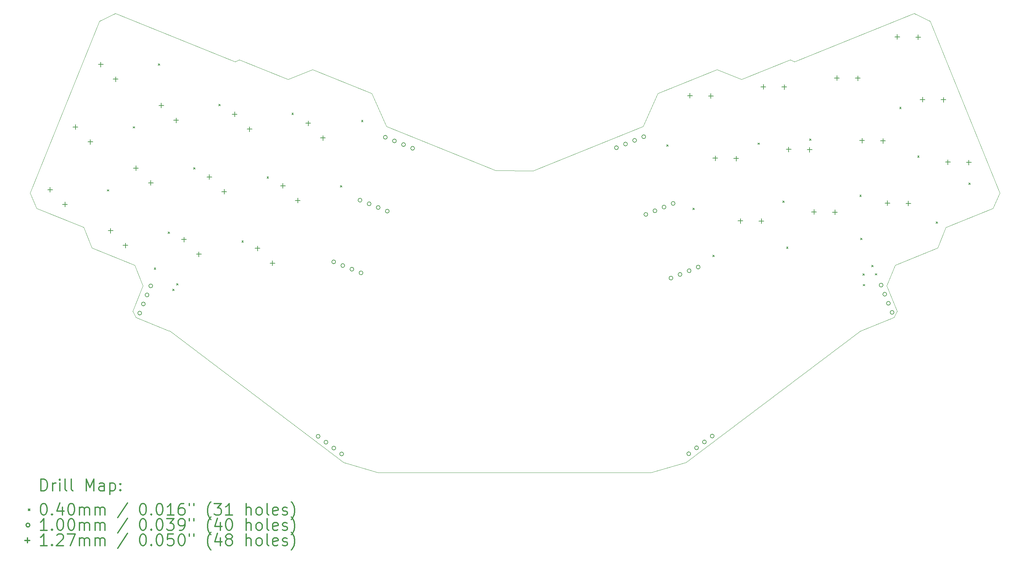
<source format=gbr>
%FSLAX45Y45*%
G04 Gerber Fmt 4.5, Leading zero omitted, Abs format (unit mm)*
G04 Created by KiCad (PCBNEW (5.1.4)-1) date 2023-12-29 13:03:58*
%MOMM*%
%LPD*%
G04 APERTURE LIST*
%ADD10C,0.050000*%
%ADD11C,0.200000*%
%ADD12C,0.300000*%
G04 APERTURE END LIST*
D10*
X5094537Y-24144385D02*
X5360507Y-23486085D01*
X24889689Y-24145789D02*
X24623718Y-23487488D01*
X18318013Y-19359028D02*
X15490102Y-20501579D01*
X11666213Y-19357625D02*
X14494123Y-20500175D01*
X11450000Y-28334000D02*
X10562695Y-28068535D01*
X18520000Y-28334000D02*
X19421531Y-28069938D01*
X11450000Y-28334000D02*
X18520000Y-28334000D01*
X15490102Y-20501579D02*
X15480000Y-20504000D01*
X14494123Y-20500175D02*
X15480000Y-20504000D01*
X26176434Y-21964966D02*
X26157890Y-21972458D01*
X3807791Y-21963563D02*
X3826335Y-21971055D01*
X2436679Y-21086037D02*
X2611724Y-21480320D01*
X4238537Y-16626283D02*
X2436679Y-21086037D01*
X27547546Y-21087441D02*
X27372501Y-21481724D01*
X25745688Y-16627686D02*
X27547546Y-21087441D01*
X11288494Y-18503969D02*
X9754005Y-17883995D01*
X4653330Y-16427168D02*
X7750124Y-17678354D01*
X4037111Y-22503806D02*
X3826335Y-21971055D01*
X4037111Y-22503806D02*
X5145096Y-22951461D01*
X3807791Y-21963563D02*
X2611724Y-21480320D01*
X6032399Y-24652730D02*
X5179390Y-24308092D01*
X9117111Y-18138977D02*
X7860776Y-17631385D01*
X10562695Y-28068535D02*
X6050942Y-24660222D01*
X5094537Y-24144385D02*
X5179390Y-24308092D01*
X11288494Y-18503969D02*
X11666213Y-19357625D01*
X5145096Y-22951461D02*
X5360507Y-23486085D01*
X9117111Y-18138977D02*
X9754005Y-17883995D01*
X4653330Y-16427168D02*
X4238537Y-16626283D01*
X7860776Y-17631385D02*
X7750124Y-17678354D01*
X6032399Y-24652730D02*
X6050942Y-24660222D01*
X23951827Y-24654134D02*
X23933283Y-24661626D01*
X24839130Y-22952864D02*
X24623718Y-23487488D01*
X25330895Y-16428572D02*
X25745688Y-16627686D01*
X22123449Y-17632789D02*
X22234101Y-17679758D01*
X20867115Y-18140381D02*
X20230221Y-17885399D01*
X23951827Y-24654134D02*
X24804836Y-24309496D01*
X19421531Y-28069938D02*
X23933283Y-24661626D01*
X24889689Y-24145789D02*
X24804836Y-24309496D01*
X25330895Y-16428572D02*
X22234101Y-17679758D01*
X26176434Y-21964966D02*
X27372501Y-21481724D01*
X25947114Y-22505209D02*
X26157890Y-21972458D01*
X25947114Y-22505209D02*
X24839130Y-22952864D01*
X18695732Y-18505373D02*
X18318013Y-19359028D01*
X20867115Y-18140381D02*
X22123449Y-17632789D01*
X18695732Y-18505373D02*
X20230221Y-17885399D01*
D11*
X4441000Y-20997000D02*
X4481000Y-21037000D01*
X4481000Y-20997000D02*
X4441000Y-21037000D01*
X5110000Y-19362000D02*
X5150000Y-19402000D01*
X5150000Y-19362000D02*
X5110000Y-19402000D01*
X5654000Y-23024000D02*
X5694000Y-23064000D01*
X5694000Y-23024000D02*
X5654000Y-23064000D01*
X5758000Y-17733000D02*
X5798000Y-17773000D01*
X5798000Y-17733000D02*
X5758000Y-17773000D01*
X6016000Y-22093000D02*
X6056000Y-22133000D01*
X6056000Y-22093000D02*
X6016000Y-22133000D01*
X6130000Y-23575000D02*
X6170000Y-23615000D01*
X6170000Y-23575000D02*
X6130000Y-23615000D01*
X6231000Y-23431000D02*
X6271000Y-23471000D01*
X6271000Y-23431000D02*
X6231000Y-23471000D01*
X6673000Y-20427000D02*
X6713000Y-20467000D01*
X6713000Y-20427000D02*
X6673000Y-20467000D01*
X7324000Y-18780000D02*
X7364000Y-18820000D01*
X7364000Y-18780000D02*
X7324000Y-18820000D01*
X7922000Y-22318000D02*
X7962000Y-22358000D01*
X7962000Y-22318000D02*
X7922000Y-22358000D01*
X8575000Y-20659000D02*
X8615000Y-20699000D01*
X8615000Y-20659000D02*
X8575000Y-20699000D01*
X9219000Y-19008000D02*
X9259000Y-19048000D01*
X9259000Y-19008000D02*
X9219000Y-19048000D01*
X10473000Y-20889000D02*
X10513000Y-20929000D01*
X10513000Y-20889000D02*
X10473000Y-20929000D01*
X11021000Y-19198000D02*
X11061000Y-19238000D01*
X11061000Y-19198000D02*
X11021000Y-19238000D01*
X18927000Y-19832299D02*
X18967000Y-19872299D01*
X18967000Y-19832299D02*
X18927000Y-19872299D01*
X19600000Y-21473000D02*
X19640000Y-21513000D01*
X19640000Y-21473000D02*
X19600000Y-21513000D01*
X20117500Y-22696500D02*
X20157500Y-22736500D01*
X20157500Y-22696500D02*
X20117500Y-22736500D01*
X21290000Y-19785000D02*
X21330000Y-19825000D01*
X21330000Y-19785000D02*
X21290000Y-19825000D01*
X21933244Y-21286964D02*
X21973244Y-21326964D01*
X21973244Y-21286964D02*
X21933244Y-21326964D01*
X22029500Y-22479500D02*
X22069500Y-22519500D01*
X22069500Y-22479500D02*
X22029500Y-22519500D01*
X22626000Y-19679299D02*
X22666000Y-19719299D01*
X22666000Y-19679299D02*
X22626000Y-19719299D01*
X23923983Y-21132975D02*
X23963983Y-21172975D01*
X23963983Y-21132975D02*
X23923983Y-21172975D01*
X23943500Y-22254500D02*
X23983500Y-22294500D01*
X23983500Y-22254500D02*
X23943500Y-22294500D01*
X24006407Y-23174407D02*
X24046407Y-23214407D01*
X24046407Y-23174407D02*
X24006407Y-23214407D01*
X24014716Y-23451284D02*
X24054716Y-23491284D01*
X24054716Y-23451284D02*
X24014716Y-23491284D01*
X24232000Y-22957000D02*
X24272000Y-22997000D01*
X24272000Y-22957000D02*
X24232000Y-22997000D01*
X24326700Y-23171392D02*
X24366700Y-23211392D01*
X24366700Y-23171392D02*
X24326700Y-23211392D01*
X24958500Y-18858500D02*
X24998500Y-18898500D01*
X24998500Y-18858500D02*
X24958500Y-18898500D01*
X25423933Y-20121933D02*
X25463933Y-20161933D01*
X25463933Y-20121933D02*
X25423933Y-20161933D01*
X25900593Y-21827593D02*
X25940593Y-21867593D01*
X25940593Y-21827593D02*
X25900593Y-21867593D01*
X26747701Y-20819428D02*
X26787701Y-20859428D01*
X26787701Y-20819428D02*
X26747701Y-20859428D01*
X10352010Y-22868550D02*
G75*
G03X10352010Y-22868550I-50000J0D01*
G01*
X10587515Y-22963700D02*
G75*
G03X10587515Y-22963700I-50000J0D01*
G01*
X10823020Y-23058850D02*
G75*
G03X10823020Y-23058850I-50000J0D01*
G01*
X11058524Y-23154000D02*
G75*
G03X11058524Y-23154000I-50000J0D01*
G01*
X19085000Y-23289000D02*
G75*
G03X19085000Y-23289000I-50000J0D01*
G01*
X19320505Y-23193850D02*
G75*
G03X19320505Y-23193850I-50000J0D01*
G01*
X19556009Y-23098700D02*
G75*
G03X19556009Y-23098700I-50000J0D01*
G01*
X19791514Y-23003550D02*
G75*
G03X19791514Y-23003550I-50000J0D01*
G01*
X24526962Y-23471284D02*
G75*
G03X24526962Y-23471284I-50000J0D01*
G01*
X24622112Y-23706789D02*
G75*
G03X24622112Y-23706789I-50000J0D01*
G01*
X24717262Y-23942293D02*
G75*
G03X24717262Y-23942293I-50000J0D01*
G01*
X24812412Y-24177798D02*
G75*
G03X24812412Y-24177798I-50000J0D01*
G01*
X5328194Y-24197017D02*
G75*
G03X5328194Y-24197017I-50000J0D01*
G01*
X5423344Y-23961512D02*
G75*
G03X5423344Y-23961512I-50000J0D01*
G01*
X5518494Y-23726007D02*
G75*
G03X5518494Y-23726007I-50000J0D01*
G01*
X5613644Y-23490503D02*
G75*
G03X5613644Y-23490503I-50000J0D01*
G01*
X18435000Y-21639000D02*
G75*
G03X18435000Y-21639000I-50000J0D01*
G01*
X18670505Y-21543850D02*
G75*
G03X18670505Y-21543850I-50000J0D01*
G01*
X18906009Y-21448700D02*
G75*
G03X18906009Y-21448700I-50000J0D01*
G01*
X19141514Y-21353550D02*
G75*
G03X19141514Y-21353550I-50000J0D01*
G01*
X11033486Y-21268550D02*
G75*
G03X11033486Y-21268550I-50000J0D01*
G01*
X11268991Y-21363700D02*
G75*
G03X11268991Y-21363700I-50000J0D01*
G01*
X11504495Y-21458850D02*
G75*
G03X11504495Y-21458850I-50000J0D01*
G01*
X11740000Y-21554000D02*
G75*
G03X11740000Y-21554000I-50000J0D01*
G01*
X19545814Y-27842791D02*
G75*
G03X19545814Y-27842791I-50000J0D01*
G01*
X19748667Y-27689930D02*
G75*
G03X19748667Y-27689930I-50000J0D01*
G01*
X19951520Y-27537069D02*
G75*
G03X19951520Y-27537069I-50000J0D01*
G01*
X20154374Y-27384208D02*
G75*
G03X20154374Y-27384208I-50000J0D01*
G01*
X9948395Y-27390297D02*
G75*
G03X9948395Y-27390297I-50000J0D01*
G01*
X10151249Y-27543158D02*
G75*
G03X10151249Y-27543158I-50000J0D01*
G01*
X10354102Y-27696019D02*
G75*
G03X10354102Y-27696019I-50000J0D01*
G01*
X10556956Y-27848880D02*
G75*
G03X10556956Y-27848880I-50000J0D01*
G01*
X17673558Y-19909240D02*
G75*
G03X17673558Y-19909240I-50000J0D01*
G01*
X17909063Y-19814090D02*
G75*
G03X17909063Y-19814090I-50000J0D01*
G01*
X18144567Y-19718940D02*
G75*
G03X18144567Y-19718940I-50000J0D01*
G01*
X18380072Y-19623790D02*
G75*
G03X18380072Y-19623790I-50000J0D01*
G01*
X11689244Y-19637933D02*
G75*
G03X11689244Y-19637933I-50000J0D01*
G01*
X11924748Y-19733083D02*
G75*
G03X11924748Y-19733083I-50000J0D01*
G01*
X12160253Y-19828233D02*
G75*
G03X12160253Y-19828233I-50000J0D01*
G01*
X12395758Y-19923383D02*
G75*
G03X12395758Y-19923383I-50000J0D01*
G01*
X22084133Y-19887845D02*
X22084133Y-20014845D01*
X22020633Y-19951345D02*
X22147633Y-19951345D01*
X22626392Y-19895251D02*
X22626392Y-20022251D01*
X22562892Y-19958751D02*
X22689892Y-19958751D01*
X22739694Y-21510417D02*
X22739694Y-21637417D01*
X22676194Y-21573917D02*
X22803194Y-21573917D01*
X23281954Y-21517822D02*
X23281954Y-21644822D01*
X23218454Y-21581322D02*
X23345454Y-21581322D01*
X20181539Y-20117276D02*
X20181539Y-20244276D01*
X20118039Y-20180776D02*
X20245039Y-20180776D01*
X20723799Y-20124681D02*
X20723799Y-20251681D01*
X20660299Y-20188181D02*
X20787299Y-20188181D01*
X21428571Y-18265274D02*
X21428571Y-18392274D01*
X21365071Y-18328774D02*
X21492071Y-18328774D01*
X21970831Y-18272679D02*
X21970831Y-18399679D01*
X21907331Y-18336179D02*
X22034331Y-18336179D01*
X20837101Y-21739847D02*
X20837101Y-21866847D01*
X20773601Y-21803347D02*
X20900601Y-21803347D01*
X21379360Y-21747253D02*
X21379360Y-21874253D01*
X21315860Y-21810753D02*
X21442860Y-21810753D01*
X6426843Y-22224825D02*
X6426843Y-22351825D01*
X6363343Y-22288325D02*
X6490343Y-22288325D01*
X6811767Y-22606837D02*
X6811767Y-22733837D01*
X6748267Y-22670337D02*
X6875267Y-22670337D01*
X5835372Y-18750251D02*
X5835372Y-18877251D01*
X5771872Y-18813751D02*
X5898872Y-18813751D01*
X6220297Y-19132263D02*
X6220297Y-19259263D01*
X6156797Y-19195763D02*
X6283797Y-19195763D01*
X26207735Y-20217091D02*
X26207735Y-20344091D01*
X26144235Y-20280591D02*
X26271235Y-20280591D01*
X26749994Y-20224496D02*
X26749994Y-20351496D01*
X26686494Y-20287996D02*
X26813494Y-20287996D01*
X7737966Y-18979681D02*
X7737966Y-19106681D01*
X7674466Y-19043181D02*
X7801466Y-19043181D01*
X8122890Y-19361693D02*
X8122890Y-19488693D01*
X8059390Y-19425193D02*
X8186390Y-19425193D01*
X8329436Y-22454255D02*
X8329436Y-22581255D01*
X8265936Y-22517755D02*
X8392936Y-22517755D01*
X8714361Y-22836267D02*
X8714361Y-22963267D01*
X8650861Y-22899767D02*
X8777861Y-22899767D01*
X9640559Y-19209111D02*
X9640559Y-19336111D01*
X9577059Y-19272611D02*
X9704059Y-19272611D01*
X10025484Y-19591123D02*
X10025484Y-19718123D01*
X9961984Y-19654623D02*
X10088984Y-19654623D01*
X7082404Y-20602253D02*
X7082404Y-20729253D01*
X7018904Y-20665753D02*
X7145904Y-20665753D01*
X7467329Y-20984265D02*
X7467329Y-21111265D01*
X7403829Y-21047765D02*
X7530829Y-21047765D01*
X23986726Y-19658415D02*
X23986726Y-19785415D01*
X23923226Y-19721915D02*
X24050226Y-19721915D01*
X24528985Y-19665820D02*
X24528985Y-19792820D01*
X24465485Y-19729320D02*
X24592485Y-19729320D01*
X19525978Y-18494704D02*
X19525978Y-18621704D01*
X19462478Y-18558204D02*
X19589478Y-18558204D01*
X20068237Y-18502109D02*
X20068237Y-18629109D01*
X20004737Y-18565609D02*
X20131737Y-18565609D01*
X4269925Y-17686355D02*
X4269925Y-17813355D01*
X4206425Y-17749855D02*
X4333425Y-17749855D01*
X4654849Y-18068367D02*
X4654849Y-18195367D01*
X4591349Y-18131867D02*
X4718349Y-18131867D01*
X3614363Y-19308927D02*
X3614363Y-19435927D01*
X3550863Y-19372427D02*
X3677863Y-19372427D01*
X3999288Y-19690939D02*
X3999288Y-19817939D01*
X3935788Y-19754439D02*
X4062788Y-19754439D01*
X25552174Y-18594519D02*
X25552174Y-18721519D01*
X25488674Y-18658019D02*
X25615674Y-18658019D01*
X26094433Y-18601925D02*
X26094433Y-18728925D01*
X26030933Y-18665425D02*
X26157933Y-18665425D01*
X23331165Y-18035843D02*
X23331165Y-18162843D01*
X23267665Y-18099343D02*
X23394665Y-18099343D01*
X23873424Y-18043249D02*
X23873424Y-18170249D01*
X23809924Y-18106749D02*
X23936924Y-18106749D01*
X24642288Y-21280987D02*
X24642288Y-21407987D01*
X24578788Y-21344487D02*
X24705788Y-21344487D01*
X25184547Y-21288392D02*
X25184547Y-21415392D01*
X25121047Y-21351892D02*
X25248047Y-21351892D01*
X5179811Y-20372823D02*
X5179811Y-20499823D01*
X5116311Y-20436323D02*
X5243311Y-20436323D01*
X5564735Y-20754835D02*
X5564735Y-20881835D01*
X5501235Y-20818335D02*
X5628235Y-20818335D01*
X4524249Y-21995394D02*
X4524249Y-22122394D01*
X4460749Y-22058894D02*
X4587749Y-22058894D01*
X4909174Y-22377406D02*
X4909174Y-22504406D01*
X4845674Y-22440906D02*
X4972674Y-22440906D01*
X24896612Y-16971947D02*
X24896612Y-17098947D01*
X24833112Y-17035447D02*
X24960112Y-17035447D01*
X25438871Y-16979353D02*
X25438871Y-17106353D01*
X25375371Y-17042853D02*
X25502371Y-17042853D01*
X8984998Y-20831683D02*
X8984998Y-20958683D01*
X8921498Y-20895183D02*
X9048498Y-20895183D01*
X9369922Y-21213695D02*
X9369922Y-21340695D01*
X9306422Y-21277195D02*
X9433422Y-21277195D01*
X2958802Y-20931499D02*
X2958802Y-21058499D01*
X2895302Y-20994999D02*
X3022302Y-20994999D01*
X3343726Y-21313511D02*
X3343726Y-21440511D01*
X3280226Y-21377011D02*
X3407226Y-21377011D01*
D12*
X2720608Y-28802214D02*
X2720608Y-28502214D01*
X2792036Y-28502214D01*
X2834893Y-28516500D01*
X2863465Y-28545071D01*
X2877750Y-28573643D01*
X2892036Y-28630786D01*
X2892036Y-28673643D01*
X2877750Y-28730786D01*
X2863465Y-28759357D01*
X2834893Y-28787929D01*
X2792036Y-28802214D01*
X2720608Y-28802214D01*
X3020607Y-28802214D02*
X3020607Y-28602214D01*
X3020607Y-28659357D02*
X3034893Y-28630786D01*
X3049179Y-28616500D01*
X3077750Y-28602214D01*
X3106322Y-28602214D01*
X3206322Y-28802214D02*
X3206322Y-28602214D01*
X3206322Y-28502214D02*
X3192036Y-28516500D01*
X3206322Y-28530786D01*
X3220607Y-28516500D01*
X3206322Y-28502214D01*
X3206322Y-28530786D01*
X3392036Y-28802214D02*
X3363465Y-28787929D01*
X3349179Y-28759357D01*
X3349179Y-28502214D01*
X3549179Y-28802214D02*
X3520607Y-28787929D01*
X3506322Y-28759357D01*
X3506322Y-28502214D01*
X3892036Y-28802214D02*
X3892036Y-28502214D01*
X3992036Y-28716500D01*
X4092036Y-28502214D01*
X4092036Y-28802214D01*
X4363465Y-28802214D02*
X4363465Y-28645071D01*
X4349179Y-28616500D01*
X4320608Y-28602214D01*
X4263465Y-28602214D01*
X4234893Y-28616500D01*
X4363465Y-28787929D02*
X4334893Y-28802214D01*
X4263465Y-28802214D01*
X4234893Y-28787929D01*
X4220608Y-28759357D01*
X4220608Y-28730786D01*
X4234893Y-28702214D01*
X4263465Y-28687929D01*
X4334893Y-28687929D01*
X4363465Y-28673643D01*
X4506322Y-28602214D02*
X4506322Y-28902214D01*
X4506322Y-28616500D02*
X4534893Y-28602214D01*
X4592036Y-28602214D01*
X4620608Y-28616500D01*
X4634893Y-28630786D01*
X4649179Y-28659357D01*
X4649179Y-28745071D01*
X4634893Y-28773643D01*
X4620608Y-28787929D01*
X4592036Y-28802214D01*
X4534893Y-28802214D01*
X4506322Y-28787929D01*
X4777750Y-28773643D02*
X4792036Y-28787929D01*
X4777750Y-28802214D01*
X4763465Y-28787929D01*
X4777750Y-28773643D01*
X4777750Y-28802214D01*
X4777750Y-28616500D02*
X4792036Y-28630786D01*
X4777750Y-28645071D01*
X4763465Y-28630786D01*
X4777750Y-28616500D01*
X4777750Y-28645071D01*
X2394179Y-29276500D02*
X2434179Y-29316500D01*
X2434179Y-29276500D02*
X2394179Y-29316500D01*
X2777750Y-29132214D02*
X2806322Y-29132214D01*
X2834893Y-29146500D01*
X2849179Y-29160786D01*
X2863465Y-29189357D01*
X2877750Y-29246500D01*
X2877750Y-29317929D01*
X2863465Y-29375071D01*
X2849179Y-29403643D01*
X2834893Y-29417929D01*
X2806322Y-29432214D01*
X2777750Y-29432214D01*
X2749179Y-29417929D01*
X2734893Y-29403643D01*
X2720608Y-29375071D01*
X2706322Y-29317929D01*
X2706322Y-29246500D01*
X2720608Y-29189357D01*
X2734893Y-29160786D01*
X2749179Y-29146500D01*
X2777750Y-29132214D01*
X3006322Y-29403643D02*
X3020607Y-29417929D01*
X3006322Y-29432214D01*
X2992036Y-29417929D01*
X3006322Y-29403643D01*
X3006322Y-29432214D01*
X3277750Y-29232214D02*
X3277750Y-29432214D01*
X3206322Y-29117929D02*
X3134893Y-29332214D01*
X3320607Y-29332214D01*
X3492036Y-29132214D02*
X3520607Y-29132214D01*
X3549179Y-29146500D01*
X3563465Y-29160786D01*
X3577750Y-29189357D01*
X3592036Y-29246500D01*
X3592036Y-29317929D01*
X3577750Y-29375071D01*
X3563465Y-29403643D01*
X3549179Y-29417929D01*
X3520607Y-29432214D01*
X3492036Y-29432214D01*
X3463465Y-29417929D01*
X3449179Y-29403643D01*
X3434893Y-29375071D01*
X3420607Y-29317929D01*
X3420607Y-29246500D01*
X3434893Y-29189357D01*
X3449179Y-29160786D01*
X3463465Y-29146500D01*
X3492036Y-29132214D01*
X3720607Y-29432214D02*
X3720607Y-29232214D01*
X3720607Y-29260786D02*
X3734893Y-29246500D01*
X3763465Y-29232214D01*
X3806322Y-29232214D01*
X3834893Y-29246500D01*
X3849179Y-29275071D01*
X3849179Y-29432214D01*
X3849179Y-29275071D02*
X3863465Y-29246500D01*
X3892036Y-29232214D01*
X3934893Y-29232214D01*
X3963465Y-29246500D01*
X3977750Y-29275071D01*
X3977750Y-29432214D01*
X4120607Y-29432214D02*
X4120607Y-29232214D01*
X4120607Y-29260786D02*
X4134893Y-29246500D01*
X4163465Y-29232214D01*
X4206322Y-29232214D01*
X4234893Y-29246500D01*
X4249179Y-29275071D01*
X4249179Y-29432214D01*
X4249179Y-29275071D02*
X4263465Y-29246500D01*
X4292036Y-29232214D01*
X4334893Y-29232214D01*
X4363465Y-29246500D01*
X4377750Y-29275071D01*
X4377750Y-29432214D01*
X4963465Y-29117929D02*
X4706322Y-29503643D01*
X5349179Y-29132214D02*
X5377750Y-29132214D01*
X5406322Y-29146500D01*
X5420608Y-29160786D01*
X5434893Y-29189357D01*
X5449179Y-29246500D01*
X5449179Y-29317929D01*
X5434893Y-29375071D01*
X5420608Y-29403643D01*
X5406322Y-29417929D01*
X5377750Y-29432214D01*
X5349179Y-29432214D01*
X5320608Y-29417929D01*
X5306322Y-29403643D01*
X5292036Y-29375071D01*
X5277750Y-29317929D01*
X5277750Y-29246500D01*
X5292036Y-29189357D01*
X5306322Y-29160786D01*
X5320608Y-29146500D01*
X5349179Y-29132214D01*
X5577750Y-29403643D02*
X5592036Y-29417929D01*
X5577750Y-29432214D01*
X5563465Y-29417929D01*
X5577750Y-29403643D01*
X5577750Y-29432214D01*
X5777750Y-29132214D02*
X5806322Y-29132214D01*
X5834893Y-29146500D01*
X5849179Y-29160786D01*
X5863465Y-29189357D01*
X5877750Y-29246500D01*
X5877750Y-29317929D01*
X5863465Y-29375071D01*
X5849179Y-29403643D01*
X5834893Y-29417929D01*
X5806322Y-29432214D01*
X5777750Y-29432214D01*
X5749179Y-29417929D01*
X5734893Y-29403643D01*
X5720607Y-29375071D01*
X5706322Y-29317929D01*
X5706322Y-29246500D01*
X5720607Y-29189357D01*
X5734893Y-29160786D01*
X5749179Y-29146500D01*
X5777750Y-29132214D01*
X6163465Y-29432214D02*
X5992036Y-29432214D01*
X6077750Y-29432214D02*
X6077750Y-29132214D01*
X6049179Y-29175071D01*
X6020607Y-29203643D01*
X5992036Y-29217929D01*
X6420607Y-29132214D02*
X6363465Y-29132214D01*
X6334893Y-29146500D01*
X6320607Y-29160786D01*
X6292036Y-29203643D01*
X6277750Y-29260786D01*
X6277750Y-29375071D01*
X6292036Y-29403643D01*
X6306322Y-29417929D01*
X6334893Y-29432214D01*
X6392036Y-29432214D01*
X6420607Y-29417929D01*
X6434893Y-29403643D01*
X6449179Y-29375071D01*
X6449179Y-29303643D01*
X6434893Y-29275071D01*
X6420607Y-29260786D01*
X6392036Y-29246500D01*
X6334893Y-29246500D01*
X6306322Y-29260786D01*
X6292036Y-29275071D01*
X6277750Y-29303643D01*
X6563465Y-29132214D02*
X6563465Y-29189357D01*
X6677750Y-29132214D02*
X6677750Y-29189357D01*
X7120607Y-29546500D02*
X7106322Y-29532214D01*
X7077750Y-29489357D01*
X7063465Y-29460786D01*
X7049179Y-29417929D01*
X7034893Y-29346500D01*
X7034893Y-29289357D01*
X7049179Y-29217929D01*
X7063465Y-29175071D01*
X7077750Y-29146500D01*
X7106322Y-29103643D01*
X7120607Y-29089357D01*
X7206322Y-29132214D02*
X7392036Y-29132214D01*
X7292036Y-29246500D01*
X7334893Y-29246500D01*
X7363465Y-29260786D01*
X7377750Y-29275071D01*
X7392036Y-29303643D01*
X7392036Y-29375071D01*
X7377750Y-29403643D01*
X7363465Y-29417929D01*
X7334893Y-29432214D01*
X7249179Y-29432214D01*
X7220607Y-29417929D01*
X7206322Y-29403643D01*
X7677750Y-29432214D02*
X7506322Y-29432214D01*
X7592036Y-29432214D02*
X7592036Y-29132214D01*
X7563465Y-29175071D01*
X7534893Y-29203643D01*
X7506322Y-29217929D01*
X8034893Y-29432214D02*
X8034893Y-29132214D01*
X8163465Y-29432214D02*
X8163465Y-29275071D01*
X8149179Y-29246500D01*
X8120607Y-29232214D01*
X8077750Y-29232214D01*
X8049179Y-29246500D01*
X8034893Y-29260786D01*
X8349179Y-29432214D02*
X8320607Y-29417929D01*
X8306322Y-29403643D01*
X8292036Y-29375071D01*
X8292036Y-29289357D01*
X8306322Y-29260786D01*
X8320607Y-29246500D01*
X8349179Y-29232214D01*
X8392036Y-29232214D01*
X8420608Y-29246500D01*
X8434893Y-29260786D01*
X8449179Y-29289357D01*
X8449179Y-29375071D01*
X8434893Y-29403643D01*
X8420608Y-29417929D01*
X8392036Y-29432214D01*
X8349179Y-29432214D01*
X8620608Y-29432214D02*
X8592036Y-29417929D01*
X8577750Y-29389357D01*
X8577750Y-29132214D01*
X8849179Y-29417929D02*
X8820608Y-29432214D01*
X8763465Y-29432214D01*
X8734893Y-29417929D01*
X8720608Y-29389357D01*
X8720608Y-29275071D01*
X8734893Y-29246500D01*
X8763465Y-29232214D01*
X8820608Y-29232214D01*
X8849179Y-29246500D01*
X8863465Y-29275071D01*
X8863465Y-29303643D01*
X8720608Y-29332214D01*
X8977750Y-29417929D02*
X9006322Y-29432214D01*
X9063465Y-29432214D01*
X9092036Y-29417929D01*
X9106322Y-29389357D01*
X9106322Y-29375071D01*
X9092036Y-29346500D01*
X9063465Y-29332214D01*
X9020608Y-29332214D01*
X8992036Y-29317929D01*
X8977750Y-29289357D01*
X8977750Y-29275071D01*
X8992036Y-29246500D01*
X9020608Y-29232214D01*
X9063465Y-29232214D01*
X9092036Y-29246500D01*
X9206322Y-29546500D02*
X9220608Y-29532214D01*
X9249179Y-29489357D01*
X9263465Y-29460786D01*
X9277750Y-29417929D01*
X9292036Y-29346500D01*
X9292036Y-29289357D01*
X9277750Y-29217929D01*
X9263465Y-29175071D01*
X9249179Y-29146500D01*
X9220608Y-29103643D01*
X9206322Y-29089357D01*
X2434179Y-29692500D02*
G75*
G03X2434179Y-29692500I-50000J0D01*
G01*
X2877750Y-29828214D02*
X2706322Y-29828214D01*
X2792036Y-29828214D02*
X2792036Y-29528214D01*
X2763465Y-29571071D01*
X2734893Y-29599643D01*
X2706322Y-29613929D01*
X3006322Y-29799643D02*
X3020607Y-29813929D01*
X3006322Y-29828214D01*
X2992036Y-29813929D01*
X3006322Y-29799643D01*
X3006322Y-29828214D01*
X3206322Y-29528214D02*
X3234893Y-29528214D01*
X3263465Y-29542500D01*
X3277750Y-29556786D01*
X3292036Y-29585357D01*
X3306322Y-29642500D01*
X3306322Y-29713929D01*
X3292036Y-29771071D01*
X3277750Y-29799643D01*
X3263465Y-29813929D01*
X3234893Y-29828214D01*
X3206322Y-29828214D01*
X3177750Y-29813929D01*
X3163465Y-29799643D01*
X3149179Y-29771071D01*
X3134893Y-29713929D01*
X3134893Y-29642500D01*
X3149179Y-29585357D01*
X3163465Y-29556786D01*
X3177750Y-29542500D01*
X3206322Y-29528214D01*
X3492036Y-29528214D02*
X3520607Y-29528214D01*
X3549179Y-29542500D01*
X3563465Y-29556786D01*
X3577750Y-29585357D01*
X3592036Y-29642500D01*
X3592036Y-29713929D01*
X3577750Y-29771071D01*
X3563465Y-29799643D01*
X3549179Y-29813929D01*
X3520607Y-29828214D01*
X3492036Y-29828214D01*
X3463465Y-29813929D01*
X3449179Y-29799643D01*
X3434893Y-29771071D01*
X3420607Y-29713929D01*
X3420607Y-29642500D01*
X3434893Y-29585357D01*
X3449179Y-29556786D01*
X3463465Y-29542500D01*
X3492036Y-29528214D01*
X3720607Y-29828214D02*
X3720607Y-29628214D01*
X3720607Y-29656786D02*
X3734893Y-29642500D01*
X3763465Y-29628214D01*
X3806322Y-29628214D01*
X3834893Y-29642500D01*
X3849179Y-29671071D01*
X3849179Y-29828214D01*
X3849179Y-29671071D02*
X3863465Y-29642500D01*
X3892036Y-29628214D01*
X3934893Y-29628214D01*
X3963465Y-29642500D01*
X3977750Y-29671071D01*
X3977750Y-29828214D01*
X4120607Y-29828214D02*
X4120607Y-29628214D01*
X4120607Y-29656786D02*
X4134893Y-29642500D01*
X4163465Y-29628214D01*
X4206322Y-29628214D01*
X4234893Y-29642500D01*
X4249179Y-29671071D01*
X4249179Y-29828214D01*
X4249179Y-29671071D02*
X4263465Y-29642500D01*
X4292036Y-29628214D01*
X4334893Y-29628214D01*
X4363465Y-29642500D01*
X4377750Y-29671071D01*
X4377750Y-29828214D01*
X4963465Y-29513929D02*
X4706322Y-29899643D01*
X5349179Y-29528214D02*
X5377750Y-29528214D01*
X5406322Y-29542500D01*
X5420608Y-29556786D01*
X5434893Y-29585357D01*
X5449179Y-29642500D01*
X5449179Y-29713929D01*
X5434893Y-29771071D01*
X5420608Y-29799643D01*
X5406322Y-29813929D01*
X5377750Y-29828214D01*
X5349179Y-29828214D01*
X5320608Y-29813929D01*
X5306322Y-29799643D01*
X5292036Y-29771071D01*
X5277750Y-29713929D01*
X5277750Y-29642500D01*
X5292036Y-29585357D01*
X5306322Y-29556786D01*
X5320608Y-29542500D01*
X5349179Y-29528214D01*
X5577750Y-29799643D02*
X5592036Y-29813929D01*
X5577750Y-29828214D01*
X5563465Y-29813929D01*
X5577750Y-29799643D01*
X5577750Y-29828214D01*
X5777750Y-29528214D02*
X5806322Y-29528214D01*
X5834893Y-29542500D01*
X5849179Y-29556786D01*
X5863465Y-29585357D01*
X5877750Y-29642500D01*
X5877750Y-29713929D01*
X5863465Y-29771071D01*
X5849179Y-29799643D01*
X5834893Y-29813929D01*
X5806322Y-29828214D01*
X5777750Y-29828214D01*
X5749179Y-29813929D01*
X5734893Y-29799643D01*
X5720607Y-29771071D01*
X5706322Y-29713929D01*
X5706322Y-29642500D01*
X5720607Y-29585357D01*
X5734893Y-29556786D01*
X5749179Y-29542500D01*
X5777750Y-29528214D01*
X5977750Y-29528214D02*
X6163465Y-29528214D01*
X6063465Y-29642500D01*
X6106322Y-29642500D01*
X6134893Y-29656786D01*
X6149179Y-29671071D01*
X6163465Y-29699643D01*
X6163465Y-29771071D01*
X6149179Y-29799643D01*
X6134893Y-29813929D01*
X6106322Y-29828214D01*
X6020607Y-29828214D01*
X5992036Y-29813929D01*
X5977750Y-29799643D01*
X6306322Y-29828214D02*
X6363465Y-29828214D01*
X6392036Y-29813929D01*
X6406322Y-29799643D01*
X6434893Y-29756786D01*
X6449179Y-29699643D01*
X6449179Y-29585357D01*
X6434893Y-29556786D01*
X6420607Y-29542500D01*
X6392036Y-29528214D01*
X6334893Y-29528214D01*
X6306322Y-29542500D01*
X6292036Y-29556786D01*
X6277750Y-29585357D01*
X6277750Y-29656786D01*
X6292036Y-29685357D01*
X6306322Y-29699643D01*
X6334893Y-29713929D01*
X6392036Y-29713929D01*
X6420607Y-29699643D01*
X6434893Y-29685357D01*
X6449179Y-29656786D01*
X6563465Y-29528214D02*
X6563465Y-29585357D01*
X6677750Y-29528214D02*
X6677750Y-29585357D01*
X7120607Y-29942500D02*
X7106322Y-29928214D01*
X7077750Y-29885357D01*
X7063465Y-29856786D01*
X7049179Y-29813929D01*
X7034893Y-29742500D01*
X7034893Y-29685357D01*
X7049179Y-29613929D01*
X7063465Y-29571071D01*
X7077750Y-29542500D01*
X7106322Y-29499643D01*
X7120607Y-29485357D01*
X7363465Y-29628214D02*
X7363465Y-29828214D01*
X7292036Y-29513929D02*
X7220607Y-29728214D01*
X7406322Y-29728214D01*
X7577750Y-29528214D02*
X7606322Y-29528214D01*
X7634893Y-29542500D01*
X7649179Y-29556786D01*
X7663465Y-29585357D01*
X7677750Y-29642500D01*
X7677750Y-29713929D01*
X7663465Y-29771071D01*
X7649179Y-29799643D01*
X7634893Y-29813929D01*
X7606322Y-29828214D01*
X7577750Y-29828214D01*
X7549179Y-29813929D01*
X7534893Y-29799643D01*
X7520607Y-29771071D01*
X7506322Y-29713929D01*
X7506322Y-29642500D01*
X7520607Y-29585357D01*
X7534893Y-29556786D01*
X7549179Y-29542500D01*
X7577750Y-29528214D01*
X8034893Y-29828214D02*
X8034893Y-29528214D01*
X8163465Y-29828214D02*
X8163465Y-29671071D01*
X8149179Y-29642500D01*
X8120607Y-29628214D01*
X8077750Y-29628214D01*
X8049179Y-29642500D01*
X8034893Y-29656786D01*
X8349179Y-29828214D02*
X8320607Y-29813929D01*
X8306322Y-29799643D01*
X8292036Y-29771071D01*
X8292036Y-29685357D01*
X8306322Y-29656786D01*
X8320607Y-29642500D01*
X8349179Y-29628214D01*
X8392036Y-29628214D01*
X8420608Y-29642500D01*
X8434893Y-29656786D01*
X8449179Y-29685357D01*
X8449179Y-29771071D01*
X8434893Y-29799643D01*
X8420608Y-29813929D01*
X8392036Y-29828214D01*
X8349179Y-29828214D01*
X8620608Y-29828214D02*
X8592036Y-29813929D01*
X8577750Y-29785357D01*
X8577750Y-29528214D01*
X8849179Y-29813929D02*
X8820608Y-29828214D01*
X8763465Y-29828214D01*
X8734893Y-29813929D01*
X8720608Y-29785357D01*
X8720608Y-29671071D01*
X8734893Y-29642500D01*
X8763465Y-29628214D01*
X8820608Y-29628214D01*
X8849179Y-29642500D01*
X8863465Y-29671071D01*
X8863465Y-29699643D01*
X8720608Y-29728214D01*
X8977750Y-29813929D02*
X9006322Y-29828214D01*
X9063465Y-29828214D01*
X9092036Y-29813929D01*
X9106322Y-29785357D01*
X9106322Y-29771071D01*
X9092036Y-29742500D01*
X9063465Y-29728214D01*
X9020608Y-29728214D01*
X8992036Y-29713929D01*
X8977750Y-29685357D01*
X8977750Y-29671071D01*
X8992036Y-29642500D01*
X9020608Y-29628214D01*
X9063465Y-29628214D01*
X9092036Y-29642500D01*
X9206322Y-29942500D02*
X9220608Y-29928214D01*
X9249179Y-29885357D01*
X9263465Y-29856786D01*
X9277750Y-29813929D01*
X9292036Y-29742500D01*
X9292036Y-29685357D01*
X9277750Y-29613929D01*
X9263465Y-29571071D01*
X9249179Y-29542500D01*
X9220608Y-29499643D01*
X9206322Y-29485357D01*
X2370679Y-30025000D02*
X2370679Y-30152000D01*
X2307179Y-30088500D02*
X2434179Y-30088500D01*
X2877750Y-30224214D02*
X2706322Y-30224214D01*
X2792036Y-30224214D02*
X2792036Y-29924214D01*
X2763465Y-29967071D01*
X2734893Y-29995643D01*
X2706322Y-30009929D01*
X3006322Y-30195643D02*
X3020607Y-30209929D01*
X3006322Y-30224214D01*
X2992036Y-30209929D01*
X3006322Y-30195643D01*
X3006322Y-30224214D01*
X3134893Y-29952786D02*
X3149179Y-29938500D01*
X3177750Y-29924214D01*
X3249179Y-29924214D01*
X3277750Y-29938500D01*
X3292036Y-29952786D01*
X3306322Y-29981357D01*
X3306322Y-30009929D01*
X3292036Y-30052786D01*
X3120607Y-30224214D01*
X3306322Y-30224214D01*
X3406322Y-29924214D02*
X3606322Y-29924214D01*
X3477750Y-30224214D01*
X3720607Y-30224214D02*
X3720607Y-30024214D01*
X3720607Y-30052786D02*
X3734893Y-30038500D01*
X3763465Y-30024214D01*
X3806322Y-30024214D01*
X3834893Y-30038500D01*
X3849179Y-30067071D01*
X3849179Y-30224214D01*
X3849179Y-30067071D02*
X3863465Y-30038500D01*
X3892036Y-30024214D01*
X3934893Y-30024214D01*
X3963465Y-30038500D01*
X3977750Y-30067071D01*
X3977750Y-30224214D01*
X4120607Y-30224214D02*
X4120607Y-30024214D01*
X4120607Y-30052786D02*
X4134893Y-30038500D01*
X4163465Y-30024214D01*
X4206322Y-30024214D01*
X4234893Y-30038500D01*
X4249179Y-30067071D01*
X4249179Y-30224214D01*
X4249179Y-30067071D02*
X4263465Y-30038500D01*
X4292036Y-30024214D01*
X4334893Y-30024214D01*
X4363465Y-30038500D01*
X4377750Y-30067071D01*
X4377750Y-30224214D01*
X4963465Y-29909929D02*
X4706322Y-30295643D01*
X5349179Y-29924214D02*
X5377750Y-29924214D01*
X5406322Y-29938500D01*
X5420608Y-29952786D01*
X5434893Y-29981357D01*
X5449179Y-30038500D01*
X5449179Y-30109929D01*
X5434893Y-30167071D01*
X5420608Y-30195643D01*
X5406322Y-30209929D01*
X5377750Y-30224214D01*
X5349179Y-30224214D01*
X5320608Y-30209929D01*
X5306322Y-30195643D01*
X5292036Y-30167071D01*
X5277750Y-30109929D01*
X5277750Y-30038500D01*
X5292036Y-29981357D01*
X5306322Y-29952786D01*
X5320608Y-29938500D01*
X5349179Y-29924214D01*
X5577750Y-30195643D02*
X5592036Y-30209929D01*
X5577750Y-30224214D01*
X5563465Y-30209929D01*
X5577750Y-30195643D01*
X5577750Y-30224214D01*
X5777750Y-29924214D02*
X5806322Y-29924214D01*
X5834893Y-29938500D01*
X5849179Y-29952786D01*
X5863465Y-29981357D01*
X5877750Y-30038500D01*
X5877750Y-30109929D01*
X5863465Y-30167071D01*
X5849179Y-30195643D01*
X5834893Y-30209929D01*
X5806322Y-30224214D01*
X5777750Y-30224214D01*
X5749179Y-30209929D01*
X5734893Y-30195643D01*
X5720607Y-30167071D01*
X5706322Y-30109929D01*
X5706322Y-30038500D01*
X5720607Y-29981357D01*
X5734893Y-29952786D01*
X5749179Y-29938500D01*
X5777750Y-29924214D01*
X6149179Y-29924214D02*
X6006322Y-29924214D01*
X5992036Y-30067071D01*
X6006322Y-30052786D01*
X6034893Y-30038500D01*
X6106322Y-30038500D01*
X6134893Y-30052786D01*
X6149179Y-30067071D01*
X6163465Y-30095643D01*
X6163465Y-30167071D01*
X6149179Y-30195643D01*
X6134893Y-30209929D01*
X6106322Y-30224214D01*
X6034893Y-30224214D01*
X6006322Y-30209929D01*
X5992036Y-30195643D01*
X6349179Y-29924214D02*
X6377750Y-29924214D01*
X6406322Y-29938500D01*
X6420607Y-29952786D01*
X6434893Y-29981357D01*
X6449179Y-30038500D01*
X6449179Y-30109929D01*
X6434893Y-30167071D01*
X6420607Y-30195643D01*
X6406322Y-30209929D01*
X6377750Y-30224214D01*
X6349179Y-30224214D01*
X6320607Y-30209929D01*
X6306322Y-30195643D01*
X6292036Y-30167071D01*
X6277750Y-30109929D01*
X6277750Y-30038500D01*
X6292036Y-29981357D01*
X6306322Y-29952786D01*
X6320607Y-29938500D01*
X6349179Y-29924214D01*
X6563465Y-29924214D02*
X6563465Y-29981357D01*
X6677750Y-29924214D02*
X6677750Y-29981357D01*
X7120607Y-30338500D02*
X7106322Y-30324214D01*
X7077750Y-30281357D01*
X7063465Y-30252786D01*
X7049179Y-30209929D01*
X7034893Y-30138500D01*
X7034893Y-30081357D01*
X7049179Y-30009929D01*
X7063465Y-29967071D01*
X7077750Y-29938500D01*
X7106322Y-29895643D01*
X7120607Y-29881357D01*
X7363465Y-30024214D02*
X7363465Y-30224214D01*
X7292036Y-29909929D02*
X7220607Y-30124214D01*
X7406322Y-30124214D01*
X7563465Y-30052786D02*
X7534893Y-30038500D01*
X7520607Y-30024214D01*
X7506322Y-29995643D01*
X7506322Y-29981357D01*
X7520607Y-29952786D01*
X7534893Y-29938500D01*
X7563465Y-29924214D01*
X7620607Y-29924214D01*
X7649179Y-29938500D01*
X7663465Y-29952786D01*
X7677750Y-29981357D01*
X7677750Y-29995643D01*
X7663465Y-30024214D01*
X7649179Y-30038500D01*
X7620607Y-30052786D01*
X7563465Y-30052786D01*
X7534893Y-30067071D01*
X7520607Y-30081357D01*
X7506322Y-30109929D01*
X7506322Y-30167071D01*
X7520607Y-30195643D01*
X7534893Y-30209929D01*
X7563465Y-30224214D01*
X7620607Y-30224214D01*
X7649179Y-30209929D01*
X7663465Y-30195643D01*
X7677750Y-30167071D01*
X7677750Y-30109929D01*
X7663465Y-30081357D01*
X7649179Y-30067071D01*
X7620607Y-30052786D01*
X8034893Y-30224214D02*
X8034893Y-29924214D01*
X8163465Y-30224214D02*
X8163465Y-30067071D01*
X8149179Y-30038500D01*
X8120607Y-30024214D01*
X8077750Y-30024214D01*
X8049179Y-30038500D01*
X8034893Y-30052786D01*
X8349179Y-30224214D02*
X8320607Y-30209929D01*
X8306322Y-30195643D01*
X8292036Y-30167071D01*
X8292036Y-30081357D01*
X8306322Y-30052786D01*
X8320607Y-30038500D01*
X8349179Y-30024214D01*
X8392036Y-30024214D01*
X8420608Y-30038500D01*
X8434893Y-30052786D01*
X8449179Y-30081357D01*
X8449179Y-30167071D01*
X8434893Y-30195643D01*
X8420608Y-30209929D01*
X8392036Y-30224214D01*
X8349179Y-30224214D01*
X8620608Y-30224214D02*
X8592036Y-30209929D01*
X8577750Y-30181357D01*
X8577750Y-29924214D01*
X8849179Y-30209929D02*
X8820608Y-30224214D01*
X8763465Y-30224214D01*
X8734893Y-30209929D01*
X8720608Y-30181357D01*
X8720608Y-30067071D01*
X8734893Y-30038500D01*
X8763465Y-30024214D01*
X8820608Y-30024214D01*
X8849179Y-30038500D01*
X8863465Y-30067071D01*
X8863465Y-30095643D01*
X8720608Y-30124214D01*
X8977750Y-30209929D02*
X9006322Y-30224214D01*
X9063465Y-30224214D01*
X9092036Y-30209929D01*
X9106322Y-30181357D01*
X9106322Y-30167071D01*
X9092036Y-30138500D01*
X9063465Y-30124214D01*
X9020608Y-30124214D01*
X8992036Y-30109929D01*
X8977750Y-30081357D01*
X8977750Y-30067071D01*
X8992036Y-30038500D01*
X9020608Y-30024214D01*
X9063465Y-30024214D01*
X9092036Y-30038500D01*
X9206322Y-30338500D02*
X9220608Y-30324214D01*
X9249179Y-30281357D01*
X9263465Y-30252786D01*
X9277750Y-30209929D01*
X9292036Y-30138500D01*
X9292036Y-30081357D01*
X9277750Y-30009929D01*
X9263465Y-29967071D01*
X9249179Y-29938500D01*
X9220608Y-29895643D01*
X9206322Y-29881357D01*
M02*

</source>
